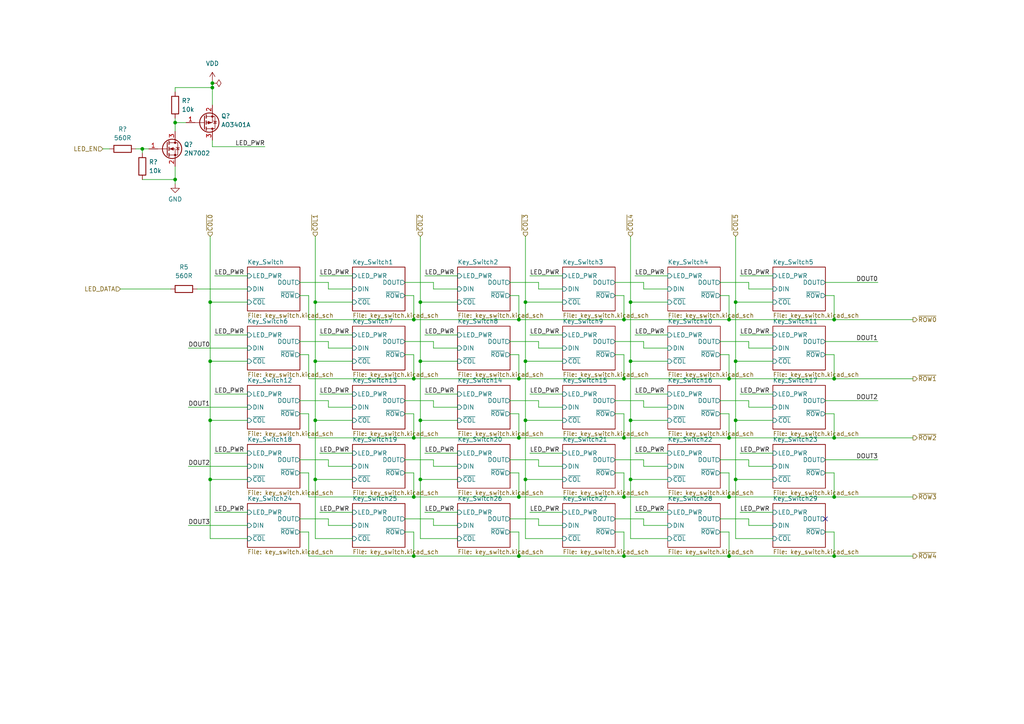
<source format=kicad_sch>
(kicad_sch (version 20230121) (generator eeschema)
  (paper "A4")
  (lib_symbols
    (symbol "Device:R" (pin_numbers hide) (pin_names (offset 0))
      (property "Reference" "R" (at 2.032 0 90))
      (property "Value" "R" (at 0 0 90))
      (symbol "R_0_1"
        (rectangle (start -1.016 -2.54) (end 1.016 2.54) (stroke (width 0.254)))
      )
      (symbol "R_1_1"
        (pin passive line (at 0 3.81 270) (length 1.27) (name "~") (number "1"))
        (pin passive line (at 0 -3.81 90) (length 1.27) (name "~") (number "2"))
      )
    )
    (symbol "Transistor_FET:2N7002" (pin_names hide)
      (property "Reference" "Q" (at 5.08 1.905 0))
      (property "Value" "2N7002" (at 5.08 0 0))
      (symbol "2N7002_0_1"
        (polyline (pts (xy 0.254 0) (xy -2.54 0)))
        (polyline (pts (xy 0.254 1.905) (xy 0.254 -1.905)) (stroke (width 0.254)))
        (polyline (pts (xy 0.762 -1.27) (xy 0.762 -2.286)) (stroke (width 0.254)))
        (polyline (pts (xy 0.762 0.508) (xy 0.762 -0.508)) (stroke (width 0.254)))
        (polyline (pts (xy 0.762 2.286) (xy 0.762 1.27)) (stroke (width 0.254)))
        (polyline (pts (xy 2.54 2.54) (xy 2.54 1.778)))
        (polyline (pts (xy 2.54 -2.54) (xy 2.54 0) (xy 0.762 0)))
        (polyline (pts (xy 0.762 -1.778) (xy 3.302 -1.778) (xy 3.302 1.778) (xy 0.762 1.778)))
        (polyline (pts (xy 1.016 0) (xy 2.032 0.381) (xy 2.032 -0.381) (xy 1.016 0)) (fill (type outline)))
        (polyline (pts (xy 2.794 0.508) (xy 2.921 0.381) (xy 3.683 0.381) (xy 3.81 0.254)))
        (polyline (pts (xy 3.302 0.381) (xy 2.921 -0.254) (xy 3.683 -0.254) (xy 3.302 0.381)))
        (circle (center 1.651 0) (radius 2.794) (stroke (width 0.254)))
        (circle (center 2.54 -1.778) (radius 0.254) (fill (type outline)))
        (circle (center 2.54 1.778) (radius 0.254) (fill (type outline)))
      )
      (symbol "2N7002_1_1"
        (pin input line (at -5.08 0 0) (length 2.54) (name "G") (number "1"))
        (pin passive line (at 2.54 -5.08 90) (length 2.54) (name "S") (number "2"))
        (pin passive line (at 2.54 5.08 270) (length 2.54) (name "D") (number "3"))
      )
    )
    (symbol "Transistor_FET:AO3401A" (pin_names hide)
      (property "Reference" "Q" (at 5.08 1.905 0))
      (property "Value" "AO3401A" (at 5.08 0 0))
      (symbol "AO3401A_0_1"
        (polyline (pts (xy 0.254 0) (xy -2.54 0)))
        (polyline (pts (xy 0.254 1.905) (xy 0.254 -1.905)) (stroke (width 0.254)))
        (polyline (pts (xy 0.762 -1.27) (xy 0.762 -2.286)) (stroke (width 0.254)))
        (polyline (pts (xy 0.762 0.508) (xy 0.762 -0.508)) (stroke (width 0.254)))
        (polyline (pts (xy 0.762 2.286) (xy 0.762 1.27)) (stroke (width 0.254)))
        (polyline (pts (xy 2.54 2.54) (xy 2.54 1.778)))
        (polyline (pts (xy 2.54 -2.54) (xy 2.54 0) (xy 0.762 0)))
        (polyline (pts (xy 0.762 1.778) (xy 3.302 1.778) (xy 3.302 -1.778) (xy 0.762 -1.778)))
        (polyline (pts (xy 2.286 0) (xy 1.27 0.381) (xy 1.27 -0.381) (xy 2.286 0)) (fill (type outline)))
        (polyline (pts (xy 2.794 -0.508) (xy 2.921 -0.381) (xy 3.683 -0.381) (xy 3.81 -0.254)))
        (polyline (pts (xy 3.302 -0.381) (xy 2.921 0.254) (xy 3.683 0.254) (xy 3.302 -0.381)))
        (circle (center 1.651 0) (radius 2.794) (stroke (width 0.254)))
        (circle (center 2.54 -1.778) (radius 0.254) (fill (type outline)))
        (circle (center 2.54 1.778) (radius 0.254) (fill (type outline)))
      )
      (symbol "AO3401A_1_1"
        (pin input line (at -5.08 0 0) (length 2.54) (name "G") (number "1"))
        (pin passive line (at 2.54 -5.08 90) (length 2.54) (name "S") (number "2"))
        (pin passive line (at 2.54 5.08 270) (length 2.54) (name "D") (number "3"))
      )
    )
    (symbol "power:GND" (power) (pin_names (offset 0))
      (property "Value" "GND" (at 0 -3.81 0))
      (symbol "GND_0_1"
        (polyline (pts (xy 0 0) (xy 0 -1.27) (xy 1.27 -1.27) (xy 0 -2.54) (xy -1.27 -1.27) (xy 0 -1.27)))
      )
      (symbol "GND_1_1"
        (pin power_in line (at 0 0 270) (length 0) hide (name "GND") (number "1"))
      )
    )
    (symbol "power:PWR_FLAG" (power) (pin_numbers hide) (pin_names (offset 0) hide)
      (property "Value" "PWR_FLAG" (at 0 3.81 0))
      (symbol "PWR_FLAG_0_0"
        (pin power_out line (at 0 0 90) (length 0) (name "pwr") (number "1"))
      )
      (symbol "PWR_FLAG_0_1"
        (polyline (pts (xy 0 0) (xy 0 1.27) (xy -1.016 1.905) (xy 0 2.54) (xy 1.016 1.905) (xy 0 1.27)))
      )
    )
    (symbol "power:VDD" (power) (pin_names (offset 0))
      (property "Value" "VDD" (at 0 3.81 0))
      (symbol "VDD_0_1"
        (polyline (pts (xy -0.762 1.27) (xy 0 2.54)))
        (polyline (pts (xy 0 0) (xy 0 2.54)))
        (polyline (pts (xy 0 2.54) (xy 0.762 1.27)))
      )
      (symbol "VDD_1_1"
        (pin power_in line (at 0 0 90) (length 0) hide (name "VDD") (number "1"))
      )
    )
  )
  (junction (at 41.275 43.18))
  (junction (at 60.96 87.63))
  (junction (at 60.96 104.775))
  (junction (at 152.4 87.63))
  (junction (at 91.44 121.92))
  (junction (at 150.495 92.71))
  (junction (at 241.935 127))
  (junction (at 150.495 161.29))
  (junction (at 120.015 144.145))
  (junction (at 241.935 161.29))
  (junction (at 180.975 109.855))
  (junction (at 241.935 144.145))
  (junction (at 182.88 104.775))
  (junction (at 150.495 109.855))
  (junction (at 213.36 104.775))
  (junction (at 213.36 87.63))
  (junction (at 50.8 52.07))
  (junction (at 91.44 104.775))
  (junction (at 121.92 104.775))
  (junction (at 211.455 161.29))
  (junction (at 180.975 144.145))
  (junction (at 91.44 139.065))
  (junction (at 213.36 121.92))
  (junction (at 61.595 24.13))
  (junction (at 180.975 161.29))
  (junction (at 180.975 127))
  (junction (at 182.88 139.065))
  (junction (at 121.92 121.92))
  (junction (at 152.4 121.92))
  (junction (at 152.4 104.775))
  (junction (at 121.92 87.63))
  (junction (at 150.495 144.145))
  (junction (at 213.36 139.065))
  (junction (at 50.8 35.56))
  (junction (at 241.935 92.71))
  (junction (at 120.015 92.71))
  (junction (at 180.975 92.71))
  (junction (at 211.455 127))
  (junction (at 121.92 139.065))
  (junction (at 120.015 161.29))
  (junction (at 211.455 92.71))
  (junction (at 150.495 127))
  (junction (at 241.935 109.855))
  (junction (at 152.4 139.065))
  (junction (at 182.88 121.92))
  (junction (at 120.015 109.855))
  (junction (at 120.015 127))
  (junction (at 60.96 139.065))
  (junction (at 211.455 144.145))
  (junction (at 61.595 25.4))
  (junction (at 60.96 121.92))
  (junction (at 91.44 87.63))
  (junction (at 182.88 87.63))
  (junction (at 211.455 109.855))
  (no_connect (at 239.395 150.495))
  (wire (pts (xy 95.25 116.205) (xy 95.25 118.11)))
  (wire (pts (xy 180.975 102.87) (xy 178.435 102.87)))
  (wire (pts (xy 241.935 120.015) (xy 241.935 127)))
  (wire (pts (xy 241.935 102.87) (xy 239.395 102.87)))
  (wire (pts (xy 180.975 137.16) (xy 178.435 137.16)))
  (wire (pts (xy 213.36 87.63) (xy 224.155 87.63)))
  (wire (pts (xy 89.535 85.725) (xy 86.995 85.725)))
  (wire (pts (xy 62.23 80.01) (xy 71.755 80.01)))
  (wire (pts (xy 120.015 85.725) (xy 117.475 85.725)))
  (wire (pts (xy 61.595 24.13) (xy 61.595 25.4)))
  (wire (pts (xy 89.535 144.145) (xy 120.015 144.145)))
  (wire (pts (xy 208.915 99.06) (xy 217.17 99.06)))
  (wire (pts (xy 186.69 150.495) (xy 186.69 152.4)))
  (wire (pts (xy 147.955 150.495) (xy 156.21 150.495)))
  (wire (pts (xy 120.015 92.71) (xy 150.495 92.71)))
  (wire (pts (xy 120.015 154.305) (xy 117.475 154.305)))
  (wire (pts (xy 152.4 104.775) (xy 152.4 121.92)))
  (wire (pts (xy 89.535 137.16) (xy 86.995 137.16)))
  (wire (pts (xy 60.96 139.065) (xy 60.96 156.21)))
  (wire (pts (xy 91.44 121.92) (xy 102.235 121.92)))
  (wire (pts (xy 211.455 161.29) (xy 241.935 161.29)))
  (wire (pts (xy 184.15 97.155) (xy 193.675 97.155)))
  (wire (pts (xy 57.15 83.82) (xy 71.755 83.82)))
  (wire (pts (xy 211.455 92.71) (xy 241.935 92.71)))
  (wire (pts (xy 125.73 135.255) (xy 132.715 135.255)))
  (wire (pts (xy 120.015 109.855) (xy 150.495 109.855)))
  (wire (pts (xy 121.92 139.065) (xy 121.92 156.21)))
  (wire (pts (xy 89.535 120.015) (xy 86.995 120.015)))
  (wire (pts (xy 50.8 25.4) (xy 50.8 26.67)))
  (wire (pts (xy 156.21 116.205) (xy 156.21 118.11)))
  (wire (pts (xy 125.73 100.965) (xy 132.715 100.965)))
  (wire (pts (xy 213.36 68.58) (xy 213.36 87.63)))
  (wire (pts (xy 241.935 144.145) (xy 264.795 144.145)))
  (wire (pts (xy 120.015 102.87) (xy 120.015 109.855)))
  (wire (pts (xy 217.17 118.11) (xy 224.155 118.11)))
  (wire (pts (xy 150.495 92.71) (xy 180.975 92.71)))
  (wire (pts (xy 156.21 152.4) (xy 163.195 152.4)))
  (wire (pts (xy 180.975 144.145) (xy 211.455 144.145)))
  (wire (pts (xy 95.25 81.915) (xy 95.25 83.82)))
  (wire (pts (xy 120.015 120.015) (xy 117.475 120.015)))
  (wire (pts (xy 178.435 99.06) (xy 186.69 99.06)))
  (wire (pts (xy 41.275 44.45) (xy 41.275 43.18)))
  (wire (pts (xy 60.96 87.63) (xy 71.755 87.63)))
  (wire (pts (xy 91.44 139.065) (xy 102.235 139.065)))
  (wire (pts (xy 217.17 83.82) (xy 224.155 83.82)))
  (wire (pts (xy 89.535 109.855) (xy 120.015 109.855)))
  (wire (pts (xy 211.455 137.16) (xy 211.455 144.145)))
  (wire (pts (xy 61.595 30.48) (xy 61.595 25.4)))
  (wire (pts (xy 117.475 81.915) (xy 125.73 81.915)))
  (wire (pts (xy 241.935 154.305) (xy 241.935 161.29)))
  (wire (pts (xy 89.535 161.29) (xy 120.015 161.29)))
  (wire (pts (xy 241.935 109.855) (xy 264.795 109.855)))
  (wire (pts (xy 95.25 152.4) (xy 102.235 152.4)))
  (wire (pts (xy 156.21 99.06) (xy 156.21 100.965)))
  (wire (pts (xy 150.495 127) (xy 180.975 127)))
  (wire (pts (xy 95.25 83.82) (xy 102.235 83.82)))
  (wire (pts (xy 147.955 81.915) (xy 156.21 81.915)))
  (wire (pts (xy 182.88 139.065) (xy 182.88 156.21)))
  (wire (pts (xy 180.975 154.305) (xy 180.975 161.29)))
  (wire (pts (xy 125.73 133.35) (xy 125.73 135.255)))
  (wire (pts (xy 91.44 156.21) (xy 102.235 156.21)))
  (wire (pts (xy 153.67 131.445) (xy 163.195 131.445)))
  (wire (pts (xy 121.92 87.63) (xy 121.92 104.775)))
  (wire (pts (xy 211.455 154.305) (xy 208.915 154.305)))
  (wire (pts (xy 95.25 100.965) (xy 102.235 100.965)))
  (wire (pts (xy 71.755 139.065) (xy 60.96 139.065)))
  (wire (pts (xy 117.475 116.205) (xy 125.73 116.205)))
  (wire (pts (xy 178.435 81.915) (xy 186.69 81.915)))
  (wire (pts (xy 152.4 121.92) (xy 163.195 121.92)))
  (wire (pts (xy 62.23 148.59) (xy 71.755 148.59)))
  (wire (pts (xy 180.975 85.725) (xy 178.435 85.725)))
  (wire (pts (xy 152.4 68.58) (xy 152.4 87.63)))
  (wire (pts (xy 211.455 85.725) (xy 211.455 92.71)))
  (wire (pts (xy 211.455 102.87) (xy 208.915 102.87)))
  (wire (pts (xy 152.4 139.065) (xy 163.195 139.065)))
  (wire (pts (xy 184.15 114.3) (xy 193.675 114.3)))
  (wire (pts (xy 208.915 116.205) (xy 217.17 116.205)))
  (wire (pts (xy 152.4 87.63) (xy 163.195 87.63)))
  (wire (pts (xy 50.8 48.26) (xy 50.8 52.07)))
  (wire (pts (xy 214.63 97.155) (xy 224.155 97.155)))
  (wire (pts (xy 89.535 92.71) (xy 120.015 92.71)))
  (wire (pts (xy 186.69 100.965) (xy 193.675 100.965)))
  (wire (pts (xy 150.495 161.29) (xy 180.975 161.29)))
  (wire (pts (xy 123.19 131.445) (xy 132.715 131.445)))
  (wire (pts (xy 34.925 83.82) (xy 49.53 83.82)))
  (wire (pts (xy 76.835 42.545) (xy 61.595 42.545)))
  (wire (pts (xy 91.44 87.63) (xy 91.44 104.775)))
  (wire (pts (xy 147.955 133.35) (xy 156.21 133.35)))
  (wire (pts (xy 184.15 80.01) (xy 193.675 80.01)))
  (wire (pts (xy 120.015 102.87) (xy 117.475 102.87)))
  (wire (pts (xy 182.88 104.775) (xy 182.88 121.92)))
  (wire (pts (xy 182.88 156.21) (xy 193.675 156.21)))
  (wire (pts (xy 213.36 87.63) (xy 213.36 104.775)))
  (wire (pts (xy 182.88 87.63) (xy 182.88 104.775)))
  (wire (pts (xy 150.495 154.305) (xy 150.495 161.29)))
  (wire (pts (xy 217.17 150.495) (xy 217.17 152.4)))
  (wire (pts (xy 120.015 161.29) (xy 150.495 161.29)))
  (wire (pts (xy 241.935 161.29) (xy 264.795 161.29)))
  (wire (pts (xy 178.435 133.35) (xy 186.69 133.35)))
  (wire (pts (xy 156.21 81.915) (xy 156.21 83.82)))
  (wire (pts (xy 178.435 116.205) (xy 186.69 116.205)))
  (wire (pts (xy 180.975 120.015) (xy 180.975 127)))
  (wire (pts (xy 180.975 127) (xy 211.455 127)))
  (wire (pts (xy 120.015 137.16) (xy 117.475 137.16)))
  (wire (pts (xy 117.475 133.35) (xy 125.73 133.35)))
  (wire (pts (xy 123.19 114.3) (xy 132.715 114.3)))
  (wire (pts (xy 208.915 150.495) (xy 217.17 150.495)))
  (wire (pts (xy 91.44 104.775) (xy 102.235 104.775)))
  (wire (pts (xy 217.17 99.06) (xy 217.17 100.965)))
  (wire (pts (xy 150.495 137.16) (xy 147.955 137.16)))
  (wire (pts (xy 208.915 133.35) (xy 217.17 133.35)))
  (wire (pts (xy 214.63 131.445) (xy 224.155 131.445)))
  (wire (pts (xy 62.23 114.3) (xy 71.755 114.3)))
  (wire (pts (xy 180.975 92.71) (xy 211.455 92.71)))
  (wire (pts (xy 117.475 150.495) (xy 125.73 150.495)))
  (wire (pts (xy 89.535 137.16) (xy 89.535 144.145)))
  (wire (pts (xy 180.975 85.725) (xy 180.975 92.71)))
  (wire (pts (xy 217.17 100.965) (xy 224.155 100.965)))
  (wire (pts (xy 89.535 102.87) (xy 89.535 109.855)))
  (wire (pts (xy 186.69 152.4) (xy 193.675 152.4)))
  (wire (pts (xy 147.955 116.205) (xy 156.21 116.205)))
  (wire (pts (xy 50.8 35.56) (xy 50.8 38.1)))
  (wire (pts (xy 54.61 100.965) (xy 71.755 100.965)))
  (wire (pts (xy 152.4 87.63) (xy 152.4 104.775)))
  (wire (pts (xy 91.44 121.92) (xy 91.44 139.065)))
  (wire (pts (xy 217.17 135.255) (xy 224.155 135.255)))
  (wire (pts (xy 153.67 97.155) (xy 163.195 97.155)))
  (wire (pts (xy 71.755 156.21) (xy 60.96 156.21)))
  (wire (pts (xy 61.595 40.64) (xy 61.595 42.545)))
  (wire (pts (xy 211.455 120.015) (xy 208.915 120.015)))
  (wire (pts (xy 150.495 144.145) (xy 180.975 144.145)))
  (wire (pts (xy 213.36 156.21) (xy 224.155 156.21)))
  (wire (pts (xy 217.17 152.4) (xy 224.155 152.4)))
  (wire (pts (xy 152.4 156.21) (xy 163.195 156.21)))
  (wire (pts (xy 211.455 137.16) (xy 208.915 137.16)))
  (wire (pts (xy 50.8 52.07) (xy 50.8 53.34)))
  (wire (pts (xy 213.36 121.92) (xy 213.36 139.065)))
  (wire (pts (xy 125.73 81.915) (xy 125.73 83.82)))
  (wire (pts (xy 186.69 133.35) (xy 186.69 135.255)))
  (wire (pts (xy 123.19 97.155) (xy 132.715 97.155)))
  (wire (pts (xy 89.535 154.305) (xy 89.535 161.29)))
  (wire (pts (xy 123.19 148.59) (xy 132.715 148.59)))
  (wire (pts (xy 89.535 120.015) (xy 89.535 127)))
  (wire (pts (xy 60.96 104.775) (xy 71.755 104.775)))
  (wire (pts (xy 241.935 85.725) (xy 241.935 92.71)))
  (wire (pts (xy 125.73 118.11) (xy 132.715 118.11)))
  (wire (pts (xy 186.69 118.11) (xy 193.675 118.11)))
  (wire (pts (xy 121.92 87.63) (xy 132.715 87.63)))
  (wire (pts (xy 95.25 135.255) (xy 102.235 135.255)))
  (wire (pts (xy 186.69 81.915) (xy 186.69 83.82)))
  (wire (pts (xy 125.73 83.82) (xy 132.715 83.82)))
  (wire (pts (xy 153.67 80.01) (xy 163.195 80.01)))
  (wire (pts (xy 208.915 81.915) (xy 217.17 81.915)))
  (wire (pts (xy 89.535 127) (xy 120.015 127)))
  (wire (pts (xy 121.92 104.775) (xy 121.92 121.92)))
  (wire (pts (xy 121.92 156.21) (xy 132.715 156.21)))
  (wire (pts (xy 120.015 127) (xy 150.495 127)))
  (wire (pts (xy 92.71 97.155) (xy 102.235 97.155)))
  (wire (pts (xy 239.395 81.915) (xy 254.635 81.915)))
  (wire (pts (xy 125.73 116.205) (xy 125.73 118.11)))
  (wire (pts (xy 186.69 99.06) (xy 186.69 100.965)))
  (wire (pts (xy 54.61 152.4) (xy 71.755 152.4)))
  (wire (pts (xy 213.36 139.065) (xy 213.36 156.21)))
  (wire (pts (xy 120.015 137.16) (xy 120.015 144.145)))
  (wire (pts (xy 156.21 150.495) (xy 156.21 152.4)))
  (wire (pts (xy 241.935 102.87) (xy 241.935 109.855)))
  (wire (pts (xy 184.15 131.445) (xy 193.675 131.445)))
  (wire (pts (xy 95.25 150.495) (xy 95.25 152.4)))
  (wire (pts (xy 211.455 85.725) (xy 208.915 85.725)))
  (wire (pts (xy 211.455 120.015) (xy 211.455 127)))
  (wire (pts (xy 180.975 102.87) (xy 180.975 109.855)))
  (wire (pts (xy 62.23 97.155) (xy 71.755 97.155)))
  (wire (pts (xy 211.455 127) (xy 241.935 127)))
  (wire (pts (xy 95.25 118.11) (xy 102.235 118.11)))
  (wire (pts (xy 89.535 154.305) (xy 86.995 154.305)))
  (wire (pts (xy 150.495 109.855) (xy 180.975 109.855)))
  (wire (pts (xy 121.92 104.775) (xy 132.715 104.775)))
  (wire (pts (xy 150.495 102.87) (xy 150.495 109.855)))
  (wire (pts (xy 121.92 139.065) (xy 132.715 139.065)))
  (wire (pts (xy 182.88 139.065) (xy 193.675 139.065)))
  (wire (pts (xy 62.23 131.445) (xy 71.755 131.445)))
  (wire (pts (xy 91.44 139.065) (xy 91.44 156.21)))
  (wire (pts (xy 156.21 100.965) (xy 163.195 100.965)))
  (wire (pts (xy 60.96 68.58) (xy 60.96 87.63)))
  (wire (pts (xy 156.21 83.82) (xy 163.195 83.82)))
  (wire (pts (xy 186.69 135.255) (xy 193.675 135.255)))
  (wire (pts (xy 31.75 43.18) (xy 29.845 43.18)))
  (wire (pts (xy 213.36 104.775) (xy 224.155 104.775)))
  (wire (pts (xy 186.69 83.82) (xy 193.675 83.82)))
  (wire (pts (xy 156.21 118.11) (xy 163.195 118.11)))
  (wire (pts (xy 125.73 99.06) (xy 125.73 100.965)))
  (wire (pts (xy 125.73 150.495) (xy 125.73 152.4)))
  (wire (pts (xy 180.975 137.16) (xy 180.975 144.145)))
  (wire (pts (xy 92.71 114.3) (xy 102.235 114.3)))
  (wire (pts (xy 86.995 99.06) (xy 95.25 99.06)))
  (wire (pts (xy 214.63 80.01) (xy 224.155 80.01)))
  (wire (pts (xy 125.73 152.4) (xy 132.715 152.4)))
  (wire (pts (xy 120.015 144.145) (xy 150.495 144.145)))
  (wire (pts (xy 214.63 148.59) (xy 224.155 148.59)))
  (wire (pts (xy 213.36 104.775) (xy 213.36 121.92)))
  (wire (pts (xy 180.975 109.855) (xy 211.455 109.855)))
  (wire (pts (xy 214.63 114.3) (xy 224.155 114.3)))
  (wire (pts (xy 121.92 121.92) (xy 121.92 139.065)))
  (wire (pts (xy 217.17 81.915) (xy 217.17 83.82)))
  (wire (pts (xy 241.935 137.16) (xy 241.935 144.145)))
  (wire (pts (xy 211.455 154.305) (xy 211.455 161.29)))
  (wire (pts (xy 95.25 133.35) (xy 95.25 135.255)))
  (wire (pts (xy 152.4 104.775) (xy 163.195 104.775)))
  (wire (pts (xy 91.44 104.775) (xy 91.44 121.92)))
  (wire (pts (xy 91.44 87.63) (xy 102.235 87.63)))
  (wire (pts (xy 71.755 121.92) (xy 60.96 121.92)))
  (wire (pts (xy 89.535 102.87) (xy 86.995 102.87)))
  (wire (pts (xy 120.015 154.305) (xy 120.015 161.29)))
  (wire (pts (xy 39.37 43.18) (xy 41.275 43.18)))
  (wire (pts (xy 182.88 121.92) (xy 182.88 139.065)))
  (wire (pts (xy 60.96 87.63) (xy 60.96 104.775)))
  (wire (pts (xy 211.455 102.87) (xy 211.455 109.855)))
  (wire (pts (xy 239.395 116.205) (xy 254.635 116.205)))
  (wire (pts (xy 239.395 133.35) (xy 254.635 133.35)))
  (wire (pts (xy 186.69 116.205) (xy 186.69 118.11)))
  (wire (pts (xy 213.36 121.92) (xy 224.155 121.92)))
  (wire (pts (xy 54.61 135.255) (xy 71.755 135.255)))
  (wire (pts (xy 184.15 148.59) (xy 193.675 148.59)))
  (wire (pts (xy 150.495 85.725) (xy 147.955 85.725)))
  (wire (pts (xy 92.71 80.01) (xy 102.235 80.01)))
  (wire (pts (xy 180.975 120.015) (xy 178.435 120.015)))
  (wire (pts (xy 239.395 99.06) (xy 254.635 99.06)))
  (wire (pts (xy 156.21 133.35) (xy 156.21 135.255)))
  (wire (pts (xy 211.455 144.145) (xy 241.935 144.145)))
  (wire (pts (xy 152.4 121.92) (xy 152.4 139.065)))
  (wire (pts (xy 217.17 133.35) (xy 217.17 135.255)))
  (wire (pts (xy 86.995 133.35) (xy 95.25 133.35)))
  (wire (pts (xy 54.61 118.11) (xy 71.755 118.11)))
  (wire (pts (xy 241.935 137.16) (xy 239.395 137.16)))
  (wire (pts (xy 178.435 150.495) (xy 186.69 150.495)))
  (wire (pts (xy 120.015 120.015) (xy 120.015 127)))
  (wire (pts (xy 211.455 109.855) (xy 241.935 109.855)))
  (wire (pts (xy 61.595 25.4) (xy 50.8 25.4)))
  (wire (pts (xy 41.275 43.18) (xy 43.18 43.18)))
  (wire (pts (xy 91.44 68.58) (xy 91.44 87.63)))
  (wire (pts (xy 241.935 154.305) (xy 239.395 154.305)))
  (wire (pts (xy 53.975 35.56) (xy 50.8 35.56)))
  (wire (pts (xy 61.595 23.495) (xy 61.595 24.13)))
  (wire (pts (xy 150.495 85.725) (xy 150.495 92.71)))
  (wire (pts (xy 153.67 148.59) (xy 163.195 148.59)))
  (wire (pts (xy 121.92 121.92) (xy 132.715 121.92)))
  (wire (pts (xy 241.935 85.725) (xy 239.395 85.725)))
  (wire (pts (xy 153.67 114.3) (xy 163.195 114.3)))
  (wire (pts (xy 241.935 127) (xy 264.795 127)))
  (wire (pts (xy 182.88 104.775) (xy 193.675 104.775)))
  (wire (pts (xy 150.495 102.87) (xy 147.955 102.87)))
  (wire (pts (xy 152.4 139.065) (xy 152.4 156.21)))
  (wire (pts (xy 60.96 104.775) (xy 60.96 121.92)))
  (wire (pts (xy 117.475 99.06) (xy 125.73 99.06)))
  (wire (pts (xy 156.21 135.255) (xy 163.195 135.255)))
  (wire (pts (xy 89.535 85.725) (xy 89.535 92.71)))
  (wire (pts (xy 180.975 154.305) (xy 178.435 154.305)))
  (wire (pts (xy 60.96 121.92) (xy 60.96 139.065)))
  (wire (pts (xy 150.495 154.305) (xy 147.955 154.305)))
  (wire (pts (xy 217.17 116.205) (xy 217.17 118.11)))
  (wire (pts (xy 241.935 92.71) (xy 264.795 92.71)))
  (wire (pts (xy 241.935 120.015) (xy 239.395 120.015)))
  (wire (pts (xy 95.25 99.06) (xy 95.25 100.965)))
  (wire (pts (xy 50.8 35.56) (xy 50.8 34.29)))
  (wire (pts (xy 147.955 99.06) (xy 156.21 99.06)))
  (wire (pts (xy 182.88 87.63) (xy 193.675 87.63)))
  (wire (pts (xy 121.92 68.58) (xy 121.92 87.63)))
  (wire (pts (xy 150.495 120.015) (xy 150.495 127)))
  (wire (pts (xy 86.995 81.915) (xy 95.25 81.915)))
  (wire (pts (xy 92.71 131.445) (xy 102.235 131.445)))
  (wire (pts (xy 150.495 120.015) (xy 147.955 120.015)))
  (wire (pts (xy 150.495 137.16) (xy 150.495 144.145)))
  (wire (pts (xy 92.71 148.59) (xy 102.235 148.59)))
  (wire (pts (xy 182.88 121.92) (xy 193.675 121.92)))
  (wire (pts (xy 120.015 85.725) (xy 120.015 92.71)))
  (wire (pts (xy 182.88 68.58) (xy 182.88 87.63)))
  (wire (pts (xy 180.975 161.29) (xy 211.455 161.29)))
  (wire (pts (xy 213.36 139.065) (xy 224.155 139.065)))
  (wire (pts (xy 123.19 80.01) (xy 132.715 80.01)))
  (wire (pts (xy 86.995 150.495) (xy 95.25 150.495)))
  (wire (pts (xy 41.275 52.07) (xy 50.8 52.07)))
  (wire (pts (xy 86.995 116.205) (xy 95.25 116.205)))
  (label "DOUT3" (at 54.61 152.4 0))
  (label "DOUT0" (at 54.61 100.965 0))
  (label "DOUT3" (at 254.635 133.35 180))
  (label "DOUT1" (at 254.635 99.06 180))
  (label "LED_PWR" (at 62.23 131.445 0))
  (label "LED_PWR" (at 153.67 114.3 0))
  (label "LED_PWR" (at 214.63 97.155 0))
  (label "DOUT2" (at 54.61 135.255 0))
  (label "LED_PWR" (at 62.23 97.155 0))
  (label "LED_PWR" (at 123.19 80.01 0))
  (label "LED_PWR" (at 76.835 42.545 180))
  (label "LED_PWR" (at 92.71 148.59 0))
  (label "LED_PWR" (at 153.67 97.155 0))
  (label "LED_PWR" (at 62.23 148.59 0))
  (label "DOUT0" (at 254.635 81.915 180))
  (label "LED_PWR" (at 123.19 114.3 0))
  (label "DOUT2" (at 254.635 116.205 180))
  (label "LED_PWR" (at 184.15 114.3 0))
  (label "LED_PWR" (at 62.23 80.01 0))
  (label "LED_PWR" (at 123.19 148.59 0))
  (label "LED_PWR" (at 153.67 131.445 0))
  (label "LED_PWR" (at 184.15 97.155 0))
  (label "LED_PWR" (at 184.15 148.59 0))
  (label "DOUT1" (at 54.61 118.11 0))
  (label "LED_PWR" (at 92.71 114.3 0))
  (label "LED_PWR" (at 184.15 131.445 0))
  (label "LED_PWR" (at 153.67 80.01 0))
  (label "LED_PWR" (at 92.71 131.445 0))
  (label "LED_PWR" (at 62.23 114.3 0))
  (label "LED_PWR" (at 92.71 97.155 0))
  (label "LED_PWR" (at 123.19 97.155 0))
  (label "LED_PWR" (at 153.67 148.59 0))
  (label "LED_PWR" (at 123.19 131.445 0))
  (label "LED_PWR" (at 214.63 80.01 0))
  (label "LED_PWR" (at 214.63 114.3 0))
  (label "LED_PWR" (at 214.63 148.59 0))
  (label "LED_PWR" (at 214.63 131.445 0))
  (label "LED_PWR" (at 184.15 80.01 0))
  (label "LED_PWR" (at 92.71 80.01 0))
  (hierarchical_label "~{ROW2}" (shape output) (at 264.795 127 0))
  (hierarchical_label "~{COL4}" (shape input) (at 182.88 68.58 90))
  (hierarchical_label "~{ROW1}" (shape output) (at 264.795 109.855 0))
  (hierarchical_label "LED_EN" (shape input) (at 29.845 43.18 180))
  (hierarchical_label "LED_DATA" (shape input) (at 34.925 83.82 180))
  (hierarchical_label "~{ROW3}" (shape output) (at 264.795 144.145 0))
  (hierarchical_label "~{ROW0}" (shape output) (at 264.795 92.71 0))
  (hierarchical_label "~{ROW4}" (shape output) (at 264.795 161.29 0))
  (hierarchical_label "~{COL3}" (shape input) (at 152.4 68.58 90))
  (hierarchical_label "~{COL2}" (shape input) (at 121.92 68.58 90))
  (hierarchical_label "~{COL0}" (shape input) (at 60.96 68.58 90))
  (hierarchical_label "~{COL5}" (shape input) (at 213.36 68.58 90))
  (hierarchical_label "~{COL1}" (shape input) (at 91.44 68.58 90))
  (symbol (lib_id "power:VDD") (at 61.595 23.495 0) (unit 1)
    (property "Reference" "#PWR?" (effects hide))
    (property "Value" "VDD" (at 61.595 18.415 0))
    (instances (project "DodoKeyboard" (path "" (reference "#PWR?") (unit 1)) (path "" (reference "#PWR022") (unit 1))))
  )
  (symbol (lib_id "Device:R") (at 41.275 48.26 0) (unit 1)
    (property "Reference" "R?" (at 43.18 46.99 0) (effects (justify left)))
    (property "Value" "10k" (at 43.18 49.53 0) (effects (justify left)))
    (property "Footprint" "Resistor_Custom:R_0603_1608Metric_Pad0.98x0.95mm_HandSolder_Double" (effects hide))
    (instances (project "DodoKeyboard" (path "" (reference "R?") (unit 1)) (path "" (reference "R3") (unit 1))))
  )
  (symbol (lib_id "Device:R") (at 50.8 30.48 0) (unit 1)
    (property "Reference" "R?" (at 52.705 29.21 0) (effects (justify left)))
    (property "Value" "10k" (at 52.705 31.75 0) (effects (justify left)))
    (property "Footprint" "Resistor_Custom:R_0603_1608Metric_Pad0.98x0.95mm_HandSolder_Double" (effects hide))
    (instances (project "DodoKeyboard" (path "" (reference "R?") (unit 1)) (path "" (reference "R4") (unit 1))))
  )
  (symbol (lib_id "power:PWR_FLAG") (at 61.595 24.13 270) (unit 1)
    (property "Reference" "#FLG?" (effects hide))
    (property "Value" "PWR_FLAG" (effects hide))
    (instances (project "DodoKeyboard" (path "" (reference "#FLG?") (unit 1)) (path "" (reference "#FLG06") (unit 1))))
  )
  (symbol (lib_id "power:GND") (at 50.8 53.34 0) (unit 1)
    (property "Reference" "#PWR?" (effects hide))
    (property "Value" "GND" (at 50.8 57.785 0))
    (instances (project "DodoKeyboard" (path "" (reference "#PWR?") (unit 1)) (path "" (reference "#PWR021") (unit 1))))
  )
  (symbol (lib_id "Device:R") (at 35.56 43.18 90) (unit 1)
    (property "Reference" "R?" (at 35.56 37.465 90))
    (property "Value" "560R" (at 35.56 40.005 90))
    (property "Footprint" "Resistor_Custom:R_0603_1608Metric_Pad0.98x0.95mm_HandSolder_Double" (effects hide))
    (instances (project "DodoKeyboard" (path "" (reference "R?") (unit 1)) (path "" (reference "R2") (unit 1))))
  )
  (symbol (lib_id "Transistor_FET:2N7002") (at 48.26 43.18 0) (unit 1)
    (property "Reference" "Q?" (at 53.34 41.91 0) (effects (justify left)))
    (property "Value" "2N7002" (at 53.34 44.45 0) (effects (justify left)))
    (property "Footprint" "SOT_Custom:SOT-23_Double" (effects hide))
    (property "Datasheet" "https://www.onsemi.com/pub/Collateral/NDS7002A-D.PDF" (effects hide))
    (instances (project "DodoKeyboard" (path "" (reference "Q?") (unit 1)) (path "" (reference "Q3") (unit 1))))
  )
  (symbol (lib_id "Transistor_FET:AO3401A") (at 59.055 35.56 0) (mirror x) (unit 1)
    (property "Reference" "Q?" (at 64.135 33.655 0) (effects (justify left)))
    (property "Value" "AO3401A" (at 64.135 36.195 0) (effects (justify left)))
    (property "Footprint" "SOT_Custom:SOT-23_Double" (effects hide))
    (property "Datasheet" "http://www.aosmd.com/pdfs/datasheet/AO3401A.pdf" (effects hide))
    (instances (project "DodoKeyboard" (path "" (reference "Q?") (unit 1)) (path "" (reference "Q4") (unit 1))))
  )
  (symbol (lib_id "Device:R") (at 53.34 83.82 90) (unit 1)
    (property "Reference" "R5" (at 53.34 77.47 90))
    (property "Value" "560R" (at 53.34 80.01 90))
    (property "Footprint" "Resistor_Custom:R_0603_1608Metric_Pad0.98x0.95mm_HandSolder_Double" (effects hide))
  )
  (sheet (at 224.155 77.47) (size 15.24 12.7) (stroke (width 0.1524))
    (property "Sheetname" "Key_Switch5" (at 224.155 76.7584 0) (effects (justify left bottom)))
    (property "Sheetfile" "key_switch.kicad_sch" (at 224.155 90.7546 0) (effects (justify left top)))
    (pin "DIN" input (at 224.155 83.82 180))
    (pin "DOUT" output (at 239.395 81.915 0))
    (pin "LED_PWR" input (at 224.155 80.01 180))
    (pin "~{COL}" input (at 224.155 87.63 180))
    (pin "~{ROW}" output (at 239.395 85.725 0))
  )
  (sheet (at 193.675 111.76) (size 15.24 12.7) (stroke (width 0.1524))
    (property "Sheetname" "Key_Switch16" (at 193.675 111.0484 0) (effects (justify left bottom)))
    (property "Sheetfile" "key_switch.kicad_sch" (at 193.675 125.0446 0) (effects (justify left top)))
    (pin "DIN" input (at 193.675 118.11 180))
    (pin "DOUT" output (at 208.915 116.205 0))
    (pin "LED_PWR" input (at 193.675 114.3 180))
    (pin "~{COL}" input (at 193.675 121.92 180))
    (pin "~{ROW}" output (at 208.915 120.015 0))
  )
  (sheet (at 71.755 77.47) (size 15.24 12.7) (stroke (width 0.1524))
    (property "Sheetname" "Key_Switch" (at 71.755 76.7584 0) (effects (justify left bottom)))
    (property "Sheetfile" "key_switch.kicad_sch" (at 71.755 90.7546 0) (effects (justify left top)))
    (pin "DIN" input (at 71.755 83.82 180))
    (pin "DOUT" output (at 86.995 81.915 0))
    (pin "LED_PWR" input (at 71.755 80.01 180))
    (pin "~{COL}" input (at 71.755 87.63 180))
    (pin "~{ROW}" output (at 86.995 85.725 0))
  )
  (sheet (at 193.675 146.05) (size 15.24 12.7) (stroke (width 0.1524))
    (property "Sheetname" "Key_Switch28" (at 193.675 145.3384 0) (effects (justify left bottom)))
    (property "Sheetfile" "key_switch.kicad_sch" (at 193.675 159.3346 0) (effects (justify left top)))
    (pin "DIN" input (at 193.675 152.4 180))
    (pin "DOUT" output (at 208.915 150.495 0))
    (pin "LED_PWR" input (at 193.675 148.59 180))
    (pin "~{COL}" input (at 193.675 156.21 180))
    (pin "~{ROW}" output (at 208.915 154.305 0))
  )
  (sheet (at 132.715 128.905) (size 15.24 12.7) (stroke (width 0.1524))
    (property "Sheetname" "Key_Switch20" (at 132.715 128.1934 0) (effects (justify left bottom)))
    (property "Sheetfile" "key_switch.kicad_sch" (at 132.715 142.1896 0) (effects (justify left top)))
    (pin "DIN" input (at 132.715 135.255 180))
    (pin "DOUT" output (at 147.955 133.35 0))
    (pin "LED_PWR" input (at 132.715 131.445 180))
    (pin "~{COL}" input (at 132.715 139.065 180))
    (pin "~{ROW}" output (at 147.955 137.16 0))
  )
  (sheet (at 163.195 146.05) (size 15.24 12.7) (stroke (width 0.1524))
    (property "Sheetname" "Key_Switch27" (at 163.195 145.3384 0) (effects (justify left bottom)))
    (property "Sheetfile" "key_switch.kicad_sch" (at 163.195 159.3346 0) (effects (justify left top)))
    (pin "DIN" input (at 163.195 152.4 180))
    (pin "DOUT" output (at 178.435 150.495 0))
    (pin "LED_PWR" input (at 163.195 148.59 180))
    (pin "~{COL}" input (at 163.195 156.21 180))
    (pin "~{ROW}" output (at 178.435 154.305 0))
  )
  (sheet (at 132.715 77.47) (size 15.24 12.7) (stroke (width 0.1524))
    (property "Sheetname" "Key_Switch2" (at 132.715 76.7584 0) (effects (justify left bottom)))
    (property "Sheetfile" "key_switch.kicad_sch" (at 132.715 90.7546 0) (effects (justify left top)))
    (pin "DIN" input (at 132.715 83.82 180))
    (pin "DOUT" output (at 147.955 81.915 0))
    (pin "LED_PWR" input (at 132.715 80.01 180))
    (pin "~{COL}" input (at 132.715 87.63 180))
    (pin "~{ROW}" output (at 147.955 85.725 0))
  )
  (sheet (at 224.155 128.905) (size 15.24 12.7) (stroke (width 0.1524))
    (property "Sheetname" "Key_Switch23" (at 224.155 128.1934 0) (effects (justify left bottom)))
    (property "Sheetfile" "key_switch.kicad_sch" (at 224.155 142.1896 0) (effects (justify left top)))
    (pin "DIN" input (at 224.155 135.255 180))
    (pin "DOUT" output (at 239.395 133.35 0))
    (pin "LED_PWR" input (at 224.155 131.445 180))
    (pin "~{COL}" input (at 224.155 139.065 180))
    (pin "~{ROW}" output (at 239.395 137.16 0))
  )
  (sheet (at 71.755 111.76) (size 15.24 12.7) (stroke (width 0.1524))
    (property "Sheetname" "Key_Switch12" (at 71.755 111.0484 0) (effects (justify left bottom)))
    (property "Sheetfile" "key_switch.kicad_sch" (at 71.755 125.0446 0) (effects (justify left top)))
    (pin "DIN" input (at 71.755 118.11 180))
    (pin "DOUT" output (at 86.995 116.205 0))
    (pin "LED_PWR" input (at 71.755 114.3 180))
    (pin "~{COL}" input (at 71.755 121.92 180))
    (pin "~{ROW}" output (at 86.995 120.015 0))
  )
  (sheet (at 224.155 146.05) (size 15.24 12.7) (stroke (width 0.1524))
    (property "Sheetname" "Key_Switch29" (at 224.155 145.3384 0) (effects (justify left bottom)))
    (property "Sheetfile" "key_switch.kicad_sch" (at 224.155 159.3346 0) (effects (justify left top)))
    (pin "DIN" input (at 224.155 152.4 180))
    (pin "DOUT" output (at 239.395 150.495 0))
    (pin "LED_PWR" input (at 224.155 148.59 180))
    (pin "~{COL}" input (at 224.155 156.21 180))
    (pin "~{ROW}" output (at 239.395 154.305 0))
  )
  (sheet (at 132.715 94.615) (size 15.24 12.7) (stroke (width 0.1524))
    (property "Sheetname" "Key_Switch8" (at 132.715 93.9034 0) (effects (justify left bottom)))
    (property "Sheetfile" "key_switch.kicad_sch" (at 132.715 107.8996 0) (effects (justify left top)))
    (pin "DIN" input (at 132.715 100.965 180))
    (pin "DOUT" output (at 147.955 99.06 0))
    (pin "LED_PWR" input (at 132.715 97.155 180))
    (pin "~{COL}" input (at 132.715 104.775 180))
    (pin "~{ROW}" output (at 147.955 102.87 0))
  )
  (sheet (at 163.195 128.905) (size 15.24 12.7) (stroke (width 0.1524))
    (property "Sheetname" "Key_Switch21" (at 163.195 128.1934 0) (effects (justify left bottom)))
    (property "Sheetfile" "key_switch.kicad_sch" (at 163.195 142.1896 0) (effects (justify left top)))
    (pin "DIN" input (at 163.195 135.255 180))
    (pin "DOUT" output (at 178.435 133.35 0))
    (pin "LED_PWR" input (at 163.195 131.445 180))
    (pin "~{COL}" input (at 163.195 139.065 180))
    (pin "~{ROW}" output (at 178.435 137.16 0))
  )
  (sheet (at 102.235 94.615) (size 15.24 12.7) (stroke (width 0.1524))
    (property "Sheetname" "Key_Switch7" (at 102.235 93.9034 0) (effects (justify left bottom)))
    (property "Sheetfile" "key_switch.kicad_sch" (at 102.235 107.8996 0) (effects (justify left top)))
    (pin "DIN" input (at 102.235 100.965 180))
    (pin "DOUT" output (at 117.475 99.06 0))
    (pin "LED_PWR" input (at 102.235 97.155 180))
    (pin "~{COL}" input (at 102.235 104.775 180))
    (pin "~{ROW}" output (at 117.475 102.87 0))
  )
  (sheet (at 71.755 128.905) (size 15.24 12.7) (stroke (width 0.1524))
    (property "Sheetname" "Key_Switch18" (at 71.755 128.1934 0) (effects (justify left bottom)))
    (property "Sheetfile" "key_switch.kicad_sch" (at 71.755 142.1896 0) (effects (justify left top)))
    (pin "DIN" input (at 71.755 135.255 180))
    (pin "DOUT" output (at 86.995 133.35 0))
    (pin "LED_PWR" input (at 71.755 131.445 180))
    (pin "~{COL}" input (at 71.755 139.065 180))
    (pin "~{ROW}" output (at 86.995 137.16 0))
  )
  (sheet (at 193.675 128.905) (size 15.24 12.7) (stroke (width 0.1524))
    (property "Sheetname" "Key_Switch22" (at 193.675 128.1934 0) (effects (justify left bottom)))
    (property "Sheetfile" "key_switch.kicad_sch" (at 193.675 142.1896 0) (effects (justify left top)))
    (pin "DIN" input (at 193.675 135.255 180))
    (pin "DOUT" output (at 208.915 133.35 0))
    (pin "LED_PWR" input (at 193.675 131.445 180))
    (pin "~{COL}" input (at 193.675 139.065 180))
    (pin "~{ROW}" output (at 208.915 137.16 0))
  )
  (sheet (at 224.155 111.76) (size 15.24 12.7) (stroke (width 0.1524))
    (property "Sheetname" "Key_Switch17" (at 224.155 111.0484 0) (effects (justify left bottom)))
    (property "Sheetfile" "key_switch.kicad_sch" (at 224.155 125.0446 0) (effects (justify left top)))
    (pin "DIN" input (at 224.155 118.11 180))
    (pin "DOUT" output (at 239.395 116.205 0))
    (pin "LED_PWR" input (at 224.155 114.3 180))
    (pin "~{COL}" input (at 224.155 121.92 180))
    (pin "~{ROW}" output (at 239.395 120.015 0))
  )
  (sheet (at 163.195 111.76) (size 15.24 12.7) (stroke (width 0.1524))
    (property "Sheetname" "Key_Switch15" (at 163.195 111.0484 0) (effects (justify left bottom)))
    (property "Sheetfile" "key_switch.kicad_sch" (at 163.195 125.0446 0) (effects (justify left top)))
    (pin "DIN" input (at 163.195 118.11 180))
    (pin "DOUT" output (at 178.435 116.205 0))
    (pin "LED_PWR" input (at 163.195 114.3 180))
    (pin "~{COL}" input (at 163.195 121.92 180))
    (pin "~{ROW}" output (at 178.435 120.015 0))
  )
  (sheet (at 71.755 94.615) (size 15.24 12.7) (stroke (width 0.1524))
    (property "Sheetname" "Key_Switch6" (at 71.755 93.9034 0) (effects (justify left bottom)))
    (property "Sheetfile" "key_switch.kicad_sch" (at 71.755 107.8996 0) (effects (justify left top)))
    (pin "DIN" input (at 71.755 100.965 180))
    (pin "DOUT" output (at 86.995 99.06 0))
    (pin "LED_PWR" input (at 71.755 97.155 180))
    (pin "~{COL}" input (at 71.755 104.775 180))
    (pin "~{ROW}" output (at 86.995 102.87 0))
  )
  (sheet (at 224.155 94.615) (size 15.24 12.7) (stroke (width 0.1524))
    (property "Sheetname" "Key_Switch11" (at 224.155 93.9034 0) (effects (justify left bottom)))
    (property "Sheetfile" "key_switch.kicad_sch" (at 224.155 107.8996 0) (effects (justify left top)))
    (pin "DIN" input (at 224.155 100.965 180))
    (pin "DOUT" output (at 239.395 99.06 0))
    (pin "LED_PWR" input (at 224.155 97.155 180))
    (pin "~{COL}" input (at 224.155 104.775 180))
    (pin "~{ROW}" output (at 239.395 102.87 0))
  )
  (sheet (at 132.715 146.05) (size 15.24 12.7) (stroke (width 0.1524))
    (property "Sheetname" "Key_Switch26" (at 132.715 145.3384 0) (effects (justify left bottom)))
    (property "Sheetfile" "key_switch.kicad_sch" (at 132.715 159.3346 0) (effects (justify left top)))
    (pin "DIN" input (at 132.715 152.4 180))
    (pin "DOUT" output (at 147.955 150.495 0))
    (pin "LED_PWR" input (at 132.715 148.59 180))
    (pin "~{COL}" input (at 132.715 156.21 180))
    (pin "~{ROW}" output (at 147.955 154.305 0))
  )
  (sheet (at 163.195 94.615) (size 15.24 12.7) (stroke (width 0.1524))
    (property "Sheetname" "Key_Switch9" (at 163.195 93.9034 0) (effects (justify left bottom)))
    (property "Sheetfile" "key_switch.kicad_sch" (at 163.195 107.8996 0) (effects (justify left top)))
    (pin "DIN" input (at 163.195 100.965 180))
    (pin "DOUT" output (at 178.435 99.06 0))
    (pin "LED_PWR" input (at 163.195 97.155 180))
    (pin "~{COL}" input (at 163.195 104.775 180))
    (pin "~{ROW}" output (at 178.435 102.87 0))
  )
  (sheet (at 193.675 77.47) (size 15.24 12.7) (stroke (width 0.1524))
    (property "Sheetname" "Key_Switch4" (at 193.675 76.7584 0) (effects (justify left bottom)))
    (property "Sheetfile" "key_switch.kicad_sch" (at 193.675 90.7546 0) (effects (justify left top)))
    (pin "DIN" input (at 193.675 83.82 180))
    (pin "DOUT" output (at 208.915 81.915 0))
    (pin "LED_PWR" input (at 193.675 80.01 180))
    (pin "~{COL}" input (at 193.675 87.63 180))
    (pin "~{ROW}" output (at 208.915 85.725 0))
  )
  (sheet (at 102.235 111.76) (size 15.24 12.7) (stroke (width 0.1524))
    (property "Sheetname" "Key_Switch13" (at 102.235 111.0484 0) (effects (justify left bottom)))
    (property "Sheetfile" "key_switch.kicad_sch" (at 102.235 125.0446 0) (effects (justify left top)))
    (pin "DIN" input (at 102.235 118.11 180))
    (pin "DOUT" output (at 117.475 116.205 0))
    (pin "LED_PWR" input (at 102.235 114.3 180))
    (pin "~{COL}" input (at 102.235 121.92 180))
    (pin "~{ROW}" output (at 117.475 120.015 0))
  )
  (sheet (at 193.675 94.615) (size 15.24 12.7) (stroke (width 0.1524))
    (property "Sheetname" "Key_Switch10" (at 193.675 93.9034 0) (effects (justify left bottom)))
    (property "Sheetfile" "key_switch.kicad_sch" (at 193.675 107.8996 0) (effects (justify left top)))
    (pin "DIN" input (at 193.675 100.965 180))
    (pin "DOUT" output (at 208.915 99.06 0))
    (pin "LED_PWR" input (at 193.675 97.155 180))
    (pin "~{COL}" input (at 193.675 104.775 180))
    (pin "~{ROW}" output (at 208.915 102.87 0))
  )
  (sheet (at 102.235 77.47) (size 15.24 12.7) (stroke (width 0.1524))
    (property "Sheetname" "Key_Switch1" (at 102.235 76.7584 0) (effects (justify left bottom)))
    (property "Sheetfile" "key_switch.kicad_sch" (at 102.235 90.7546 0) (effects (justify left top)))
    (pin "DIN" input (at 102.235 83.82 180))
    (pin "DOUT" output (at 117.475 81.915 0))
    (pin "LED_PWR" input (at 102.235 80.01 180))
    (pin "~{COL}" input (at 102.235 87.63 180))
    (pin "~{ROW}" output (at 117.475 85.725 0))
  )
  (sheet (at 102.235 128.905) (size 15.24 12.7) (stroke (width 0.1524))
    (property "Sheetname" "Key_Switch19" (at 102.235 128.1934 0) (effects (justify left bottom)))
    (property "Sheetfile" "key_switch.kicad_sch" (at 102.235 142.1896 0) (effects (justify left top)))
    (pin "DIN" input (at 102.235 135.255 180))
    (pin "DOUT" output (at 117.475 133.35 0))
    (pin "LED_PWR" input (at 102.235 131.445 180))
    (pin "~{COL}" input (at 102.235 139.065 180))
    (pin "~{ROW}" output (at 117.475 137.16 0))
  )
  (sheet (at 71.755 146.05) (size 15.24 12.7) (stroke (width 0.1524))
    (property "Sheetname" "Key_Switch24" (at 71.755 145.3384 0) (effects (justify left bottom)))
    (property "Sheetfile" "key_switch.kicad_sch" (at 71.755 159.3346 0) (effects (justify left top)))
    (pin "DIN" input (at 71.755 152.4 180))
    (pin "DOUT" output (at 86.995 150.495 0))
    (pin "LED_PWR" input (at 71.755 148.59 180))
    (pin "~{COL}" input (at 71.755 156.21 180))
    (pin "~{ROW}" output (at 86.995 154.305 0))
  )
  (sheet (at 132.715 111.76) (size 15.24 12.7) (stroke (width 0.1524))
    (property "Sheetname" "Key_Switch14" (at 132.715 111.0484 0) (effects (justify left bottom)))
    (property "Sheetfile" "key_switch.kicad_sch" (at 132.715 125.0446 0) (effects (justify left top)))
    (pin "DIN" input (at 132.715 118.11 180))
    (pin "DOUT" output (at 147.955 116.205 0))
    (pin "LED_PWR" input (at 132.715 114.3 180))
    (pin "~{COL}" input (at 132.715 121.92 180))
    (pin "~{ROW}" output (at 147.955 120.015 0))
  )
  (sheet (at 163.195 77.47) (size 15.24 12.7) (stroke (width 0.1524))
    (property "Sheetname" "Key_Switch3" (at 163.195 76.7584 0) (effects (justify left bottom)))
    (property "Sheetfile" "key_switch.kicad_sch" (at 163.195 90.7546 0) (effects (justify left top)))
    (pin "DIN" input (at 163.195 83.82 180))
    (pin "DOUT" output (at 178.435 81.915 0))
    (pin "LED_PWR" input (at 163.195 80.01 180))
    (pin "~{COL}" input (at 163.195 87.63 180))
    (pin "~{ROW}" output (at 178.435 85.725 0))
  )
  (sheet (at 102.235 146.05) (size 15.24 12.7) (stroke (width 0.1524))
    (property "Sheetname" "Key_Switch25" (at 102.235 145.3384 0) (effects (justify left bottom)))
    (property "Sheetfile" "key_switch.kicad_sch" (at 102.235 159.3346 0) (effects (justify left top)))
    (pin "DIN" input (at 102.235 152.4 180))
    (pin "DOUT" output (at 117.475 150.495 0))
    (pin "LED_PWR" input (at 102.235 148.59 180))
    (pin "~{COL}" input (at 102.235 156.21 180))
    (pin "~{ROW}" output (at 117.475 154.305 0))
  )
)
</source>
